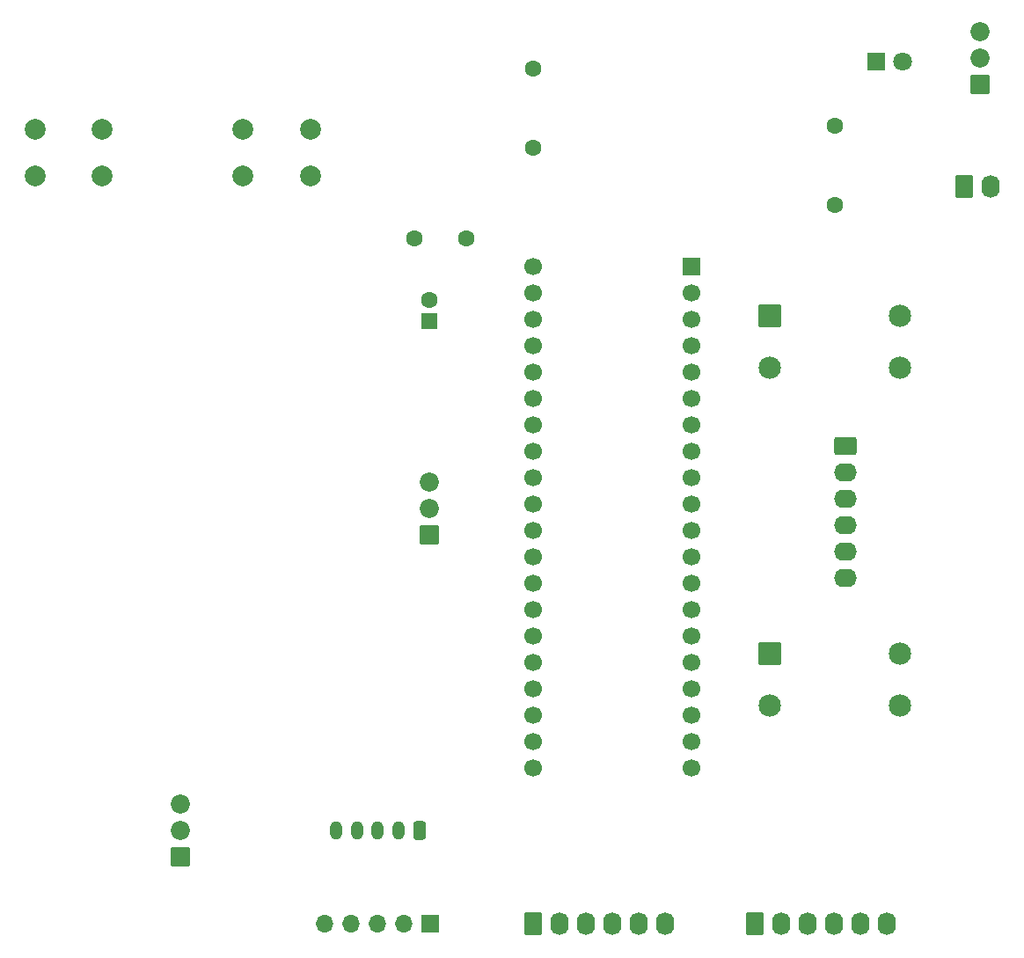
<source format=gts>
%TF.GenerationSoftware,KiCad,Pcbnew,9.0.6*%
%TF.CreationDate,2025-12-09T15:58:13+01:00*%
%TF.ProjectId,STR500_v1,53545235-3030-45f7-9631-2e6b69636164,rev?*%
%TF.SameCoordinates,Original*%
%TF.FileFunction,Soldermask,Top*%
%TF.FilePolarity,Negative*%
%FSLAX46Y46*%
G04 Gerber Fmt 4.6, Leading zero omitted, Abs format (unit mm)*
G04 Created by KiCad (PCBNEW 9.0.6) date 2025-12-09 15:58:13*
%MOMM*%
%LPD*%
G01*
G04 APERTURE LIST*
G04 Aperture macros list*
%AMRoundRect*
0 Rectangle with rounded corners*
0 $1 Rounding radius*
0 $2 $3 $4 $5 $6 $7 $8 $9 X,Y pos of 4 corners*
0 Add a 4 corners polygon primitive as box body*
4,1,4,$2,$3,$4,$5,$6,$7,$8,$9,$2,$3,0*
0 Add four circle primitives for the rounded corners*
1,1,$1+$1,$2,$3*
1,1,$1+$1,$4,$5*
1,1,$1+$1,$6,$7*
1,1,$1+$1,$8,$9*
0 Add four rect primitives between the rounded corners*
20,1,$1+$1,$2,$3,$4,$5,0*
20,1,$1+$1,$4,$5,$6,$7,0*
20,1,$1+$1,$6,$7,$8,$9,0*
20,1,$1+$1,$8,$9,$2,$3,0*%
G04 Aperture macros list end*
%ADD10C,1.600000*%
%ADD11O,1.740000X2.190000*%
%ADD12RoundRect,0.250000X-0.620000X-0.845000X0.620000X-0.845000X0.620000X0.845000X-0.620000X0.845000X0*%
%ADD13C,1.839000*%
%ADD14RoundRect,0.102000X0.817500X-0.817500X0.817500X0.817500X-0.817500X0.817500X-0.817500X-0.817500X0*%
%ADD15RoundRect,0.102000X-0.975000X-0.975000X0.975000X-0.975000X0.975000X0.975000X-0.975000X0.975000X0*%
%ADD16C,2.154000*%
%ADD17C,2.000000*%
%ADD18C,1.800000*%
%ADD19R,1.800000X1.800000*%
%ADD20R,1.700000X1.700000*%
%ADD21RoundRect,0.250000X0.350000X0.650000X-0.350000X0.650000X-0.350000X-0.650000X0.350000X-0.650000X0*%
%ADD22O,1.700000X1.700000*%
%ADD23O,1.200000X1.800000*%
%ADD24RoundRect,0.250000X0.550000X-0.550000X0.550000X0.550000X-0.550000X0.550000X-0.550000X-0.550000X0*%
%ADD25C,1.700000*%
%ADD26RoundRect,0.250000X-0.845000X0.620000X-0.845000X-0.620000X0.845000X-0.620000X0.845000X0.620000X0*%
%ADD27O,2.190000X1.740000*%
G04 APERTURE END LIST*
D10*
%TO.C,C2*%
X107500000Y-62000000D03*
X112500000Y-62000000D03*
%TD*%
D11*
%TO.C,J8*%
X153000000Y-128000000D03*
X145380000Y-128000000D03*
X150460000Y-128000000D03*
X142840000Y-128000000D03*
X147920000Y-128000000D03*
D12*
X140300000Y-128000000D03*
%TD*%
D11*
%TO.C,J10*%
X131620000Y-128000000D03*
X124000000Y-128000000D03*
X129080000Y-128000000D03*
X121460000Y-128000000D03*
X126540000Y-128000000D03*
D12*
X118920000Y-128000000D03*
%TD*%
D13*
%TO.C,SW1*%
X109000000Y-85460000D03*
X109000000Y-88000000D03*
D14*
X109000000Y-90540000D03*
%TD*%
D13*
%TO.C,SW2*%
X162000000Y-42155000D03*
X162000000Y-44695000D03*
D14*
X162000000Y-47235000D03*
%TD*%
D13*
%TO.C,SW3*%
X85000000Y-116460000D03*
X85000000Y-119000000D03*
D14*
X85000000Y-121540000D03*
%TD*%
D15*
%TO.C,BT4*%
X141750000Y-102000000D03*
D16*
X154250000Y-102000000D03*
X141750000Y-107000000D03*
X154250000Y-107000000D03*
%TD*%
D15*
%TO.C,BT2*%
X141750000Y-69500000D03*
D16*
X154250000Y-69500000D03*
X141750000Y-74500000D03*
X154250000Y-74500000D03*
%TD*%
D17*
%TO.C,BT3*%
X91000000Y-51500000D03*
X97500000Y-51500000D03*
X91000000Y-56000000D03*
X97500000Y-56000000D03*
%TD*%
%TO.C,BT1*%
X71000000Y-51500000D03*
X77500000Y-51500000D03*
X71000000Y-56000000D03*
X77500000Y-56000000D03*
%TD*%
D18*
%TO.C,LED1*%
X154540000Y-45000000D03*
D19*
X152000000Y-45000000D03*
%TD*%
D20*
%TO.C,GameTrak1*%
X109080000Y-128000000D03*
D21*
X108000000Y-119000000D03*
D22*
X106540000Y-128000000D03*
D23*
X106000000Y-119000000D03*
X104000000Y-119000000D03*
D22*
X104000000Y-128000000D03*
D23*
X102000000Y-119000000D03*
D22*
X101460000Y-128000000D03*
D23*
X100000000Y-119000000D03*
D22*
X98920000Y-128000000D03*
%TD*%
D10*
%TO.C,C1*%
X109000000Y-68000000D03*
D24*
X109000000Y-70000000D03*
%TD*%
D10*
%TO.C,R1*%
X148000000Y-51190000D03*
X148000000Y-58810000D03*
%TD*%
D20*
%TO.C,A1*%
X134240000Y-64740000D03*
D25*
X134240000Y-67280000D03*
X134240000Y-69820000D03*
X134240000Y-72360000D03*
X134240000Y-74900000D03*
X134240000Y-77440000D03*
X134240000Y-79980000D03*
X134240000Y-82520000D03*
X134240000Y-85060000D03*
X134240000Y-87600000D03*
X134240000Y-90140000D03*
X134240000Y-92680000D03*
X134240000Y-95220000D03*
X134240000Y-97760000D03*
X134240000Y-100300000D03*
X134240000Y-102840000D03*
X134240000Y-105380000D03*
X134240000Y-107920000D03*
X134240000Y-110460000D03*
X134240000Y-113000000D03*
X119000000Y-113000000D03*
X119000000Y-110460000D03*
X119000000Y-107920000D03*
X119000000Y-105380000D03*
X119000000Y-102840000D03*
X119000000Y-100300000D03*
X119000000Y-97760000D03*
X119000000Y-95220000D03*
X119000000Y-92680000D03*
X119000000Y-90140000D03*
X119000000Y-87600000D03*
X119000000Y-85060000D03*
X119000000Y-82520000D03*
X119000000Y-79980000D03*
X119000000Y-77440000D03*
X119000000Y-74900000D03*
X119000000Y-72360000D03*
X119000000Y-69820000D03*
X119000000Y-67280000D03*
X119000000Y-64740000D03*
%TD*%
D12*
%TO.C,J1*%
X160460000Y-57000000D03*
D11*
X163000000Y-57000000D03*
%TD*%
D10*
%TO.C,D1*%
X118971384Y-53296032D03*
X118971384Y-45676032D03*
%TD*%
D26*
%TO.C,J9*%
X149000000Y-82000000D03*
D27*
X149000000Y-89620000D03*
X149000000Y-84540000D03*
X149000000Y-92160000D03*
X149000000Y-87080000D03*
X149000000Y-94700000D03*
%TD*%
M02*

</source>
